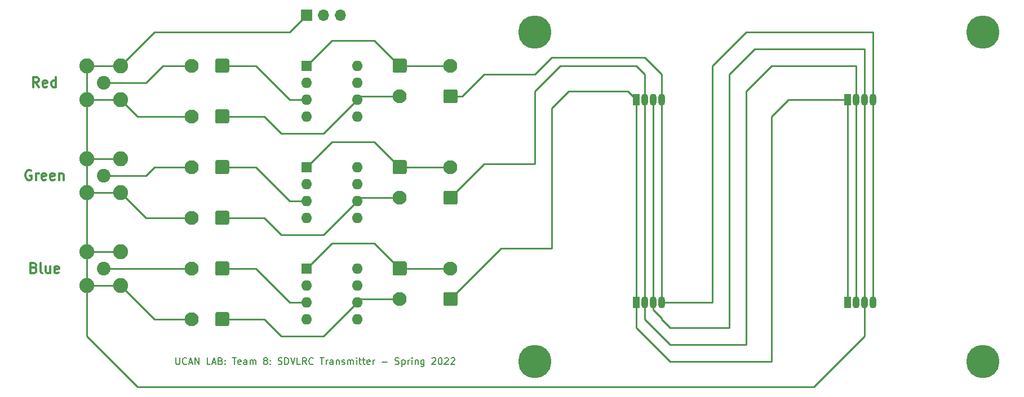
<source format=gbr>
%TF.GenerationSoftware,KiCad,Pcbnew,(5.1.9)-1*%
%TF.CreationDate,2022-04-08T15:22:57-04:00*%
%TF.ProjectId,March_PCB_Design_2_2b2848RGB,4d617263-685f-4504-9342-5f4465736967,rev?*%
%TF.SameCoordinates,Original*%
%TF.FileFunction,Copper,L1,Top*%
%TF.FilePolarity,Positive*%
%FSLAX46Y46*%
G04 Gerber Fmt 4.6, Leading zero omitted, Abs format (unit mm)*
G04 Created by KiCad (PCBNEW (5.1.9)-1) date 2022-04-08 15:22:57*
%MOMM*%
%LPD*%
G01*
G04 APERTURE LIST*
%TA.AperFunction,NonConductor*%
%ADD10C,0.300000*%
%TD*%
%TA.AperFunction,NonConductor*%
%ADD11C,0.150000*%
%TD*%
%TA.AperFunction,ComponentPad*%
%ADD12O,1.600000X1.600000*%
%TD*%
%TA.AperFunction,ComponentPad*%
%ADD13R,1.600000X1.600000*%
%TD*%
%TA.AperFunction,ComponentPad*%
%ADD14O,1.700000X1.700000*%
%TD*%
%TA.AperFunction,ComponentPad*%
%ADD15R,1.700000X1.700000*%
%TD*%
%TA.AperFunction,ComponentPad*%
%ADD16O,1.070000X1.800000*%
%TD*%
%TA.AperFunction,ComponentPad*%
%ADD17R,1.070000X1.800000*%
%TD*%
%TA.AperFunction,ComponentPad*%
%ADD18C,2.900000*%
%TD*%
%TA.AperFunction,ConnectorPad*%
%ADD19C,5.000000*%
%TD*%
%TA.AperFunction,ComponentPad*%
%ADD20C,2.100000*%
%TD*%
%TA.AperFunction,ComponentPad*%
%ADD21C,2.250000*%
%TD*%
%TA.AperFunction,ComponentPad*%
%ADD22C,2.050000*%
%TD*%
%TA.AperFunction,Conductor*%
%ADD23C,0.250000*%
%TD*%
G04 APERTURE END LIST*
D10*
X65182857Y-75608571D02*
X64682857Y-74894285D01*
X64325714Y-75608571D02*
X64325714Y-74108571D01*
X64897142Y-74108571D01*
X65040000Y-74180000D01*
X65111428Y-74251428D01*
X65182857Y-74394285D01*
X65182857Y-74608571D01*
X65111428Y-74751428D01*
X65040000Y-74822857D01*
X64897142Y-74894285D01*
X64325714Y-74894285D01*
X66397142Y-75537142D02*
X66254285Y-75608571D01*
X65968571Y-75608571D01*
X65825714Y-75537142D01*
X65754285Y-75394285D01*
X65754285Y-74822857D01*
X65825714Y-74680000D01*
X65968571Y-74608571D01*
X66254285Y-74608571D01*
X66397142Y-74680000D01*
X66468571Y-74822857D01*
X66468571Y-74965714D01*
X65754285Y-75108571D01*
X67754285Y-75608571D02*
X67754285Y-74108571D01*
X67754285Y-75537142D02*
X67611428Y-75608571D01*
X67325714Y-75608571D01*
X67182857Y-75537142D01*
X67111428Y-75465714D01*
X67040000Y-75322857D01*
X67040000Y-74894285D01*
X67111428Y-74751428D01*
X67182857Y-74680000D01*
X67325714Y-74608571D01*
X67611428Y-74608571D01*
X67754285Y-74680000D01*
X64004285Y-88150000D02*
X63861428Y-88078571D01*
X63647142Y-88078571D01*
X63432857Y-88150000D01*
X63290000Y-88292857D01*
X63218571Y-88435714D01*
X63147142Y-88721428D01*
X63147142Y-88935714D01*
X63218571Y-89221428D01*
X63290000Y-89364285D01*
X63432857Y-89507142D01*
X63647142Y-89578571D01*
X63790000Y-89578571D01*
X64004285Y-89507142D01*
X64075714Y-89435714D01*
X64075714Y-88935714D01*
X63790000Y-88935714D01*
X64718571Y-89578571D02*
X64718571Y-88578571D01*
X64718571Y-88864285D02*
X64790000Y-88721428D01*
X64861428Y-88650000D01*
X65004285Y-88578571D01*
X65147142Y-88578571D01*
X66218571Y-89507142D02*
X66075714Y-89578571D01*
X65790000Y-89578571D01*
X65647142Y-89507142D01*
X65575714Y-89364285D01*
X65575714Y-88792857D01*
X65647142Y-88650000D01*
X65790000Y-88578571D01*
X66075714Y-88578571D01*
X66218571Y-88650000D01*
X66290000Y-88792857D01*
X66290000Y-88935714D01*
X65575714Y-89078571D01*
X67504285Y-89507142D02*
X67361428Y-89578571D01*
X67075714Y-89578571D01*
X66932857Y-89507142D01*
X66861428Y-89364285D01*
X66861428Y-88792857D01*
X66932857Y-88650000D01*
X67075714Y-88578571D01*
X67361428Y-88578571D01*
X67504285Y-88650000D01*
X67575714Y-88792857D01*
X67575714Y-88935714D01*
X66861428Y-89078571D01*
X68218571Y-88578571D02*
X68218571Y-89578571D01*
X68218571Y-88721428D02*
X68290000Y-88650000D01*
X68432857Y-88578571D01*
X68647142Y-88578571D01*
X68790000Y-88650000D01*
X68861428Y-88792857D01*
X68861428Y-89578571D01*
X64432857Y-102762857D02*
X64647142Y-102834285D01*
X64718571Y-102905714D01*
X64790000Y-103048571D01*
X64790000Y-103262857D01*
X64718571Y-103405714D01*
X64647142Y-103477142D01*
X64504285Y-103548571D01*
X63932857Y-103548571D01*
X63932857Y-102048571D01*
X64432857Y-102048571D01*
X64575714Y-102120000D01*
X64647142Y-102191428D01*
X64718571Y-102334285D01*
X64718571Y-102477142D01*
X64647142Y-102620000D01*
X64575714Y-102691428D01*
X64432857Y-102762857D01*
X63932857Y-102762857D01*
X65647142Y-103548571D02*
X65504285Y-103477142D01*
X65432857Y-103334285D01*
X65432857Y-102048571D01*
X66861428Y-102548571D02*
X66861428Y-103548571D01*
X66218571Y-102548571D02*
X66218571Y-103334285D01*
X66290000Y-103477142D01*
X66432857Y-103548571D01*
X66647142Y-103548571D01*
X66790000Y-103477142D01*
X66861428Y-103405714D01*
X68147142Y-103477142D02*
X68004285Y-103548571D01*
X67718571Y-103548571D01*
X67575714Y-103477142D01*
X67504285Y-103334285D01*
X67504285Y-102762857D01*
X67575714Y-102620000D01*
X67718571Y-102548571D01*
X68004285Y-102548571D01*
X68147142Y-102620000D01*
X68218571Y-102762857D01*
X68218571Y-102905714D01*
X67504285Y-103048571D01*
D11*
X85751428Y-116292380D02*
X85751428Y-117101904D01*
X85799047Y-117197142D01*
X85846666Y-117244761D01*
X85941904Y-117292380D01*
X86132380Y-117292380D01*
X86227619Y-117244761D01*
X86275238Y-117197142D01*
X86322857Y-117101904D01*
X86322857Y-116292380D01*
X87370476Y-117197142D02*
X87322857Y-117244761D01*
X87180000Y-117292380D01*
X87084761Y-117292380D01*
X86941904Y-117244761D01*
X86846666Y-117149523D01*
X86799047Y-117054285D01*
X86751428Y-116863809D01*
X86751428Y-116720952D01*
X86799047Y-116530476D01*
X86846666Y-116435238D01*
X86941904Y-116340000D01*
X87084761Y-116292380D01*
X87180000Y-116292380D01*
X87322857Y-116340000D01*
X87370476Y-116387619D01*
X87751428Y-117006666D02*
X88227619Y-117006666D01*
X87656190Y-117292380D02*
X87989523Y-116292380D01*
X88322857Y-117292380D01*
X88656190Y-117292380D02*
X88656190Y-116292380D01*
X89227619Y-117292380D01*
X89227619Y-116292380D01*
X90941904Y-117292380D02*
X90465714Y-117292380D01*
X90465714Y-116292380D01*
X91227619Y-117006666D02*
X91703809Y-117006666D01*
X91132380Y-117292380D02*
X91465714Y-116292380D01*
X91799047Y-117292380D01*
X92465714Y-116768571D02*
X92608571Y-116816190D01*
X92656190Y-116863809D01*
X92703809Y-116959047D01*
X92703809Y-117101904D01*
X92656190Y-117197142D01*
X92608571Y-117244761D01*
X92513333Y-117292380D01*
X92132380Y-117292380D01*
X92132380Y-116292380D01*
X92465714Y-116292380D01*
X92560952Y-116340000D01*
X92608571Y-116387619D01*
X92656190Y-116482857D01*
X92656190Y-116578095D01*
X92608571Y-116673333D01*
X92560952Y-116720952D01*
X92465714Y-116768571D01*
X92132380Y-116768571D01*
X93132380Y-117197142D02*
X93180000Y-117244761D01*
X93132380Y-117292380D01*
X93084761Y-117244761D01*
X93132380Y-117197142D01*
X93132380Y-117292380D01*
X93132380Y-116673333D02*
X93180000Y-116720952D01*
X93132380Y-116768571D01*
X93084761Y-116720952D01*
X93132380Y-116673333D01*
X93132380Y-116768571D01*
X94227619Y-116292380D02*
X94799047Y-116292380D01*
X94513333Y-117292380D02*
X94513333Y-116292380D01*
X95513333Y-117244761D02*
X95418095Y-117292380D01*
X95227619Y-117292380D01*
X95132380Y-117244761D01*
X95084761Y-117149523D01*
X95084761Y-116768571D01*
X95132380Y-116673333D01*
X95227619Y-116625714D01*
X95418095Y-116625714D01*
X95513333Y-116673333D01*
X95560952Y-116768571D01*
X95560952Y-116863809D01*
X95084761Y-116959047D01*
X96418095Y-117292380D02*
X96418095Y-116768571D01*
X96370476Y-116673333D01*
X96275238Y-116625714D01*
X96084761Y-116625714D01*
X95989523Y-116673333D01*
X96418095Y-117244761D02*
X96322857Y-117292380D01*
X96084761Y-117292380D01*
X95989523Y-117244761D01*
X95941904Y-117149523D01*
X95941904Y-117054285D01*
X95989523Y-116959047D01*
X96084761Y-116911428D01*
X96322857Y-116911428D01*
X96418095Y-116863809D01*
X96894285Y-117292380D02*
X96894285Y-116625714D01*
X96894285Y-116720952D02*
X96941904Y-116673333D01*
X97037142Y-116625714D01*
X97180000Y-116625714D01*
X97275238Y-116673333D01*
X97322857Y-116768571D01*
X97322857Y-117292380D01*
X97322857Y-116768571D02*
X97370476Y-116673333D01*
X97465714Y-116625714D01*
X97608571Y-116625714D01*
X97703809Y-116673333D01*
X97751428Y-116768571D01*
X97751428Y-117292380D01*
X99132380Y-116720952D02*
X99037142Y-116673333D01*
X98989523Y-116625714D01*
X98941904Y-116530476D01*
X98941904Y-116482857D01*
X98989523Y-116387619D01*
X99037142Y-116340000D01*
X99132380Y-116292380D01*
X99322857Y-116292380D01*
X99418095Y-116340000D01*
X99465714Y-116387619D01*
X99513333Y-116482857D01*
X99513333Y-116530476D01*
X99465714Y-116625714D01*
X99418095Y-116673333D01*
X99322857Y-116720952D01*
X99132380Y-116720952D01*
X99037142Y-116768571D01*
X98989523Y-116816190D01*
X98941904Y-116911428D01*
X98941904Y-117101904D01*
X98989523Y-117197142D01*
X99037142Y-117244761D01*
X99132380Y-117292380D01*
X99322857Y-117292380D01*
X99418095Y-117244761D01*
X99465714Y-117197142D01*
X99513333Y-117101904D01*
X99513333Y-116911428D01*
X99465714Y-116816190D01*
X99418095Y-116768571D01*
X99322857Y-116720952D01*
X99941904Y-117197142D02*
X99989523Y-117244761D01*
X99941904Y-117292380D01*
X99894285Y-117244761D01*
X99941904Y-117197142D01*
X99941904Y-117292380D01*
X99941904Y-116673333D02*
X99989523Y-116720952D01*
X99941904Y-116768571D01*
X99894285Y-116720952D01*
X99941904Y-116673333D01*
X99941904Y-116768571D01*
X101132380Y-117244761D02*
X101275238Y-117292380D01*
X101513333Y-117292380D01*
X101608571Y-117244761D01*
X101656190Y-117197142D01*
X101703809Y-117101904D01*
X101703809Y-117006666D01*
X101656190Y-116911428D01*
X101608571Y-116863809D01*
X101513333Y-116816190D01*
X101322857Y-116768571D01*
X101227619Y-116720952D01*
X101180000Y-116673333D01*
X101132380Y-116578095D01*
X101132380Y-116482857D01*
X101180000Y-116387619D01*
X101227619Y-116340000D01*
X101322857Y-116292380D01*
X101560952Y-116292380D01*
X101703809Y-116340000D01*
X102132380Y-117292380D02*
X102132380Y-116292380D01*
X102370476Y-116292380D01*
X102513333Y-116340000D01*
X102608571Y-116435238D01*
X102656190Y-116530476D01*
X102703809Y-116720952D01*
X102703809Y-116863809D01*
X102656190Y-117054285D01*
X102608571Y-117149523D01*
X102513333Y-117244761D01*
X102370476Y-117292380D01*
X102132380Y-117292380D01*
X102989523Y-116292380D02*
X103322857Y-117292380D01*
X103656190Y-116292380D01*
X104465714Y-117292380D02*
X103989523Y-117292380D01*
X103989523Y-116292380D01*
X105370476Y-117292380D02*
X105037142Y-116816190D01*
X104799047Y-117292380D02*
X104799047Y-116292380D01*
X105180000Y-116292380D01*
X105275238Y-116340000D01*
X105322857Y-116387619D01*
X105370476Y-116482857D01*
X105370476Y-116625714D01*
X105322857Y-116720952D01*
X105275238Y-116768571D01*
X105180000Y-116816190D01*
X104799047Y-116816190D01*
X106370476Y-117197142D02*
X106322857Y-117244761D01*
X106180000Y-117292380D01*
X106084761Y-117292380D01*
X105941904Y-117244761D01*
X105846666Y-117149523D01*
X105799047Y-117054285D01*
X105751428Y-116863809D01*
X105751428Y-116720952D01*
X105799047Y-116530476D01*
X105846666Y-116435238D01*
X105941904Y-116340000D01*
X106084761Y-116292380D01*
X106180000Y-116292380D01*
X106322857Y-116340000D01*
X106370476Y-116387619D01*
X107418095Y-116292380D02*
X107989523Y-116292380D01*
X107703809Y-117292380D02*
X107703809Y-116292380D01*
X108322857Y-117292380D02*
X108322857Y-116625714D01*
X108322857Y-116816190D02*
X108370476Y-116720952D01*
X108418095Y-116673333D01*
X108513333Y-116625714D01*
X108608571Y-116625714D01*
X109370476Y-117292380D02*
X109370476Y-116768571D01*
X109322857Y-116673333D01*
X109227619Y-116625714D01*
X109037142Y-116625714D01*
X108941904Y-116673333D01*
X109370476Y-117244761D02*
X109275238Y-117292380D01*
X109037142Y-117292380D01*
X108941904Y-117244761D01*
X108894285Y-117149523D01*
X108894285Y-117054285D01*
X108941904Y-116959047D01*
X109037142Y-116911428D01*
X109275238Y-116911428D01*
X109370476Y-116863809D01*
X109846666Y-116625714D02*
X109846666Y-117292380D01*
X109846666Y-116720952D02*
X109894285Y-116673333D01*
X109989523Y-116625714D01*
X110132380Y-116625714D01*
X110227619Y-116673333D01*
X110275238Y-116768571D01*
X110275238Y-117292380D01*
X110703809Y-117244761D02*
X110799047Y-117292380D01*
X110989523Y-117292380D01*
X111084761Y-117244761D01*
X111132380Y-117149523D01*
X111132380Y-117101904D01*
X111084761Y-117006666D01*
X110989523Y-116959047D01*
X110846666Y-116959047D01*
X110751428Y-116911428D01*
X110703809Y-116816190D01*
X110703809Y-116768571D01*
X110751428Y-116673333D01*
X110846666Y-116625714D01*
X110989523Y-116625714D01*
X111084761Y-116673333D01*
X111560952Y-117292380D02*
X111560952Y-116625714D01*
X111560952Y-116720952D02*
X111608571Y-116673333D01*
X111703809Y-116625714D01*
X111846666Y-116625714D01*
X111941904Y-116673333D01*
X111989523Y-116768571D01*
X111989523Y-117292380D01*
X111989523Y-116768571D02*
X112037142Y-116673333D01*
X112132380Y-116625714D01*
X112275238Y-116625714D01*
X112370476Y-116673333D01*
X112418095Y-116768571D01*
X112418095Y-117292380D01*
X112894285Y-117292380D02*
X112894285Y-116625714D01*
X112894285Y-116292380D02*
X112846666Y-116340000D01*
X112894285Y-116387619D01*
X112941904Y-116340000D01*
X112894285Y-116292380D01*
X112894285Y-116387619D01*
X113227619Y-116625714D02*
X113608571Y-116625714D01*
X113370476Y-116292380D02*
X113370476Y-117149523D01*
X113418095Y-117244761D01*
X113513333Y-117292380D01*
X113608571Y-117292380D01*
X113799047Y-116625714D02*
X114180000Y-116625714D01*
X113941904Y-116292380D02*
X113941904Y-117149523D01*
X113989523Y-117244761D01*
X114084761Y-117292380D01*
X114180000Y-117292380D01*
X114894285Y-117244761D02*
X114799047Y-117292380D01*
X114608571Y-117292380D01*
X114513333Y-117244761D01*
X114465714Y-117149523D01*
X114465714Y-116768571D01*
X114513333Y-116673333D01*
X114608571Y-116625714D01*
X114799047Y-116625714D01*
X114894285Y-116673333D01*
X114941904Y-116768571D01*
X114941904Y-116863809D01*
X114465714Y-116959047D01*
X115370476Y-117292380D02*
X115370476Y-116625714D01*
X115370476Y-116816190D02*
X115418095Y-116720952D01*
X115465714Y-116673333D01*
X115560952Y-116625714D01*
X115656190Y-116625714D01*
X116751428Y-116911428D02*
X117513333Y-116911428D01*
X118703809Y-117244761D02*
X118846666Y-117292380D01*
X119084761Y-117292380D01*
X119180000Y-117244761D01*
X119227619Y-117197142D01*
X119275238Y-117101904D01*
X119275238Y-117006666D01*
X119227619Y-116911428D01*
X119180000Y-116863809D01*
X119084761Y-116816190D01*
X118894285Y-116768571D01*
X118799047Y-116720952D01*
X118751428Y-116673333D01*
X118703809Y-116578095D01*
X118703809Y-116482857D01*
X118751428Y-116387619D01*
X118799047Y-116340000D01*
X118894285Y-116292380D01*
X119132380Y-116292380D01*
X119275238Y-116340000D01*
X119703809Y-116625714D02*
X119703809Y-117625714D01*
X119703809Y-116673333D02*
X119799047Y-116625714D01*
X119989523Y-116625714D01*
X120084761Y-116673333D01*
X120132380Y-116720952D01*
X120180000Y-116816190D01*
X120180000Y-117101904D01*
X120132380Y-117197142D01*
X120084761Y-117244761D01*
X119989523Y-117292380D01*
X119799047Y-117292380D01*
X119703809Y-117244761D01*
X120608571Y-117292380D02*
X120608571Y-116625714D01*
X120608571Y-116816190D02*
X120656190Y-116720952D01*
X120703809Y-116673333D01*
X120799047Y-116625714D01*
X120894285Y-116625714D01*
X121227619Y-117292380D02*
X121227619Y-116625714D01*
X121227619Y-116292380D02*
X121180000Y-116340000D01*
X121227619Y-116387619D01*
X121275238Y-116340000D01*
X121227619Y-116292380D01*
X121227619Y-116387619D01*
X121703809Y-116625714D02*
X121703809Y-117292380D01*
X121703809Y-116720952D02*
X121751428Y-116673333D01*
X121846666Y-116625714D01*
X121989523Y-116625714D01*
X122084761Y-116673333D01*
X122132380Y-116768571D01*
X122132380Y-117292380D01*
X123037142Y-116625714D02*
X123037142Y-117435238D01*
X122989523Y-117530476D01*
X122941904Y-117578095D01*
X122846666Y-117625714D01*
X122703809Y-117625714D01*
X122608571Y-117578095D01*
X123037142Y-117244761D02*
X122941904Y-117292380D01*
X122751428Y-117292380D01*
X122656190Y-117244761D01*
X122608571Y-117197142D01*
X122560952Y-117101904D01*
X122560952Y-116816190D01*
X122608571Y-116720952D01*
X122656190Y-116673333D01*
X122751428Y-116625714D01*
X122941904Y-116625714D01*
X123037142Y-116673333D01*
X124227619Y-116387619D02*
X124275238Y-116340000D01*
X124370476Y-116292380D01*
X124608571Y-116292380D01*
X124703809Y-116340000D01*
X124751428Y-116387619D01*
X124799047Y-116482857D01*
X124799047Y-116578095D01*
X124751428Y-116720952D01*
X124180000Y-117292380D01*
X124799047Y-117292380D01*
X125418095Y-116292380D02*
X125513333Y-116292380D01*
X125608571Y-116340000D01*
X125656190Y-116387619D01*
X125703809Y-116482857D01*
X125751428Y-116673333D01*
X125751428Y-116911428D01*
X125703809Y-117101904D01*
X125656190Y-117197142D01*
X125608571Y-117244761D01*
X125513333Y-117292380D01*
X125418095Y-117292380D01*
X125322857Y-117244761D01*
X125275238Y-117197142D01*
X125227619Y-117101904D01*
X125180000Y-116911428D01*
X125180000Y-116673333D01*
X125227619Y-116482857D01*
X125275238Y-116387619D01*
X125322857Y-116340000D01*
X125418095Y-116292380D01*
X126132380Y-116387619D02*
X126180000Y-116340000D01*
X126275238Y-116292380D01*
X126513333Y-116292380D01*
X126608571Y-116340000D01*
X126656190Y-116387619D01*
X126703809Y-116482857D01*
X126703809Y-116578095D01*
X126656190Y-116720952D01*
X126084761Y-117292380D01*
X126703809Y-117292380D01*
X127084761Y-116387619D02*
X127132380Y-116340000D01*
X127227619Y-116292380D01*
X127465714Y-116292380D01*
X127560952Y-116340000D01*
X127608571Y-116387619D01*
X127656190Y-116482857D01*
X127656190Y-116578095D01*
X127608571Y-116720952D01*
X127037142Y-117292380D01*
X127656190Y-117292380D01*
D12*
%TO.P,J6,8*%
%TO.N,+12V*%
X113030000Y-102870000D03*
%TO.P,J6,4*%
%TO.N,Net-(J6-Pad4)*%
X105410000Y-110490000D03*
%TO.P,J6,7*%
%TO.N,Net-(J6-Pad7)*%
X113030000Y-105410000D03*
%TO.P,J6,3*%
%TO.N,Net-(J6-Pad3)*%
X105410000Y-107950000D03*
%TO.P,J6,6*%
%TO.N,Net-(J6-Pad6)*%
X113030000Y-107950000D03*
%TO.P,J6,2*%
%TO.N,-12V*%
X105410000Y-105410000D03*
%TO.P,J6,5*%
%TO.N,Net-(J6-Pad5)*%
X113030000Y-110490000D03*
D13*
%TO.P,J6,1*%
%TO.N,Net-(J6-Pad1)*%
X105410000Y-102870000D03*
%TD*%
D14*
%TO.P,REF\u002A\u002A,3*%
%TO.N,+12V*%
X110490000Y-64770000D03*
%TO.P,REF\u002A\u002A,2*%
%TO.N,-12V*%
X107950000Y-64770000D03*
D15*
%TO.P,REF\u002A\u002A,1*%
%TO.N,GND*%
X105410000Y-64770000D03*
%TD*%
D16*
%TO.P,D3,4*%
%TO.N,Net-(D1-Pad4)*%
X158750000Y-107950000D03*
%TO.P,D3,3*%
%TO.N,GND*%
X157480000Y-107950000D03*
%TO.P,D3,2*%
%TO.N,Net-(D1-Pad2)*%
X156210000Y-107950000D03*
D17*
%TO.P,D3,1*%
%TO.N,Net-(D1-Pad1)*%
X154940000Y-107950000D03*
%TD*%
D18*
%TO.P,REF\u002A\u002A,1*%
%TO.N,N/C*%
X139700000Y-67310000D03*
D19*
X139700000Y-67310000D03*
%TD*%
D18*
%TO.P,REF\u002A\u002A,1*%
%TO.N,N/C*%
X139700000Y-116840000D03*
D19*
X139700000Y-116840000D03*
%TD*%
D18*
%TO.P,REF\u002A\u002A,1*%
%TO.N,N/C*%
X207010000Y-116840000D03*
D19*
X207010000Y-116840000D03*
%TD*%
%TO.P,REF\u002A\u002A,1*%
%TO.N,N/C*%
X207010000Y-67310000D03*
D18*
X207010000Y-67310000D03*
%TD*%
D20*
%TO.P,R12,2*%
%TO.N,Net-(J6-Pad1)*%
X127000000Y-102870000D03*
%TO.P,R12,1*%
%TO.N,Net-(D1-Pad1)*%
%TA.AperFunction,ComponentPad*%
G36*
G01*
X127800001Y-108520000D02*
X126199999Y-108520000D01*
G75*
G02*
X125950000Y-108270001I0J249999D01*
G01*
X125950000Y-106669999D01*
G75*
G02*
X126199999Y-106420000I249999J0D01*
G01*
X127800001Y-106420000D01*
G75*
G02*
X128050000Y-106669999I0J-249999D01*
G01*
X128050000Y-108270001D01*
G75*
G02*
X127800001Y-108520000I-249999J0D01*
G01*
G37*
%TD.AperFunction*%
%TD*%
%TO.P,R11,2*%
%TO.N,Net-(J5-Pad1)*%
X127000000Y-87630000D03*
%TO.P,R11,1*%
%TO.N,Net-(D1-Pad2)*%
%TA.AperFunction,ComponentPad*%
G36*
G01*
X127800001Y-93280000D02*
X126199999Y-93280000D01*
G75*
G02*
X125950000Y-93030001I0J249999D01*
G01*
X125950000Y-91429999D01*
G75*
G02*
X126199999Y-91180000I249999J0D01*
G01*
X127800001Y-91180000D01*
G75*
G02*
X128050000Y-91429999I0J-249999D01*
G01*
X128050000Y-93030001D01*
G75*
G02*
X127800001Y-93280000I-249999J0D01*
G01*
G37*
%TD.AperFunction*%
%TD*%
%TO.P,R10,2*%
%TO.N,Net-(J4-Pad1)*%
X127000000Y-72390000D03*
%TO.P,R10,1*%
%TO.N,Net-(D1-Pad4)*%
%TA.AperFunction,ComponentPad*%
G36*
G01*
X127800001Y-78040000D02*
X126199999Y-78040000D01*
G75*
G02*
X125950000Y-77790001I0J249999D01*
G01*
X125950000Y-76189999D01*
G75*
G02*
X126199999Y-75940000I249999J0D01*
G01*
X127800001Y-75940000D01*
G75*
G02*
X128050000Y-76189999I0J-249999D01*
G01*
X128050000Y-77790001D01*
G75*
G02*
X127800001Y-78040000I-249999J0D01*
G01*
G37*
%TD.AperFunction*%
%TD*%
%TO.P,R9,2*%
%TO.N,Net-(J6-Pad6)*%
X119380000Y-107470000D03*
%TO.P,R9,1*%
%TO.N,Net-(J6-Pad1)*%
%TA.AperFunction,ComponentPad*%
G36*
G01*
X118579999Y-101820000D02*
X120180001Y-101820000D01*
G75*
G02*
X120430000Y-102069999I0J-249999D01*
G01*
X120430000Y-103670001D01*
G75*
G02*
X120180001Y-103920000I-249999J0D01*
G01*
X118579999Y-103920000D01*
G75*
G02*
X118330000Y-103670001I0J249999D01*
G01*
X118330000Y-102069999D01*
G75*
G02*
X118579999Y-101820000I249999J0D01*
G01*
G37*
%TD.AperFunction*%
%TD*%
%TO.P,R8,2*%
%TO.N,Net-(J5-Pad6)*%
X119380000Y-92230000D03*
%TO.P,R8,1*%
%TO.N,Net-(J5-Pad1)*%
%TA.AperFunction,ComponentPad*%
G36*
G01*
X118579999Y-86580000D02*
X120180001Y-86580000D01*
G75*
G02*
X120430000Y-86829999I0J-249999D01*
G01*
X120430000Y-88430001D01*
G75*
G02*
X120180001Y-88680000I-249999J0D01*
G01*
X118579999Y-88680000D01*
G75*
G02*
X118330000Y-88430001I0J249999D01*
G01*
X118330000Y-86829999D01*
G75*
G02*
X118579999Y-86580000I249999J0D01*
G01*
G37*
%TD.AperFunction*%
%TD*%
%TO.P,R7,2*%
%TO.N,Net-(J4-Pad6)*%
X119380000Y-76990000D03*
%TO.P,R7,1*%
%TO.N,Net-(J4-Pad1)*%
%TA.AperFunction,ComponentPad*%
G36*
G01*
X118579999Y-71340000D02*
X120180001Y-71340000D01*
G75*
G02*
X120430000Y-71589999I0J-249999D01*
G01*
X120430000Y-73190001D01*
G75*
G02*
X120180001Y-73440000I-249999J0D01*
G01*
X118579999Y-73440000D01*
G75*
G02*
X118330000Y-73190001I0J249999D01*
G01*
X118330000Y-71589999D01*
G75*
G02*
X118579999Y-71340000I249999J0D01*
G01*
G37*
%TD.AperFunction*%
%TD*%
%TO.P,R6,2*%
%TO.N,Net-(J3-Pad1)*%
X88110000Y-102870000D03*
%TO.P,R6,1*%
%TO.N,Net-(J6-Pad3)*%
%TA.AperFunction,ComponentPad*%
G36*
G01*
X93760000Y-102069999D02*
X93760000Y-103670001D01*
G75*
G02*
X93510001Y-103920000I-249999J0D01*
G01*
X91909999Y-103920000D01*
G75*
G02*
X91660000Y-103670001I0J249999D01*
G01*
X91660000Y-102069999D01*
G75*
G02*
X91909999Y-101820000I249999J0D01*
G01*
X93510001Y-101820000D01*
G75*
G02*
X93760000Y-102069999I0J-249999D01*
G01*
G37*
%TD.AperFunction*%
%TD*%
%TO.P,R5,2*%
%TO.N,GND*%
X88110000Y-110490000D03*
%TO.P,R5,1*%
%TO.N,Net-(J6-Pad6)*%
%TA.AperFunction,ComponentPad*%
G36*
G01*
X93760000Y-109689999D02*
X93760000Y-111290001D01*
G75*
G02*
X93510001Y-111540000I-249999J0D01*
G01*
X91909999Y-111540000D01*
G75*
G02*
X91660000Y-111290001I0J249999D01*
G01*
X91660000Y-109689999D01*
G75*
G02*
X91909999Y-109440000I249999J0D01*
G01*
X93510001Y-109440000D01*
G75*
G02*
X93760000Y-109689999I0J-249999D01*
G01*
G37*
%TD.AperFunction*%
%TD*%
%TO.P,R4,2*%
%TO.N,Net-(J2-Pad1)*%
X88110000Y-87630000D03*
%TO.P,R4,1*%
%TO.N,Net-(J5-Pad3)*%
%TA.AperFunction,ComponentPad*%
G36*
G01*
X93760000Y-86829999D02*
X93760000Y-88430001D01*
G75*
G02*
X93510001Y-88680000I-249999J0D01*
G01*
X91909999Y-88680000D01*
G75*
G02*
X91660000Y-88430001I0J249999D01*
G01*
X91660000Y-86829999D01*
G75*
G02*
X91909999Y-86580000I249999J0D01*
G01*
X93510001Y-86580000D01*
G75*
G02*
X93760000Y-86829999I0J-249999D01*
G01*
G37*
%TD.AperFunction*%
%TD*%
%TO.P,R3,2*%
%TO.N,GND*%
X88110000Y-95250000D03*
%TO.P,R3,1*%
%TO.N,Net-(J5-Pad6)*%
%TA.AperFunction,ComponentPad*%
G36*
G01*
X93760000Y-94449999D02*
X93760000Y-96050001D01*
G75*
G02*
X93510001Y-96300000I-249999J0D01*
G01*
X91909999Y-96300000D01*
G75*
G02*
X91660000Y-96050001I0J249999D01*
G01*
X91660000Y-94449999D01*
G75*
G02*
X91909999Y-94200000I249999J0D01*
G01*
X93510001Y-94200000D01*
G75*
G02*
X93760000Y-94449999I0J-249999D01*
G01*
G37*
%TD.AperFunction*%
%TD*%
%TO.P,R2,2*%
%TO.N,Net-(J1-Pad1)*%
X88110000Y-72390000D03*
%TO.P,R2,1*%
%TO.N,Net-(J4-Pad3)*%
%TA.AperFunction,ComponentPad*%
G36*
G01*
X93760000Y-71589999D02*
X93760000Y-73190001D01*
G75*
G02*
X93510001Y-73440000I-249999J0D01*
G01*
X91909999Y-73440000D01*
G75*
G02*
X91660000Y-73190001I0J249999D01*
G01*
X91660000Y-71589999D01*
G75*
G02*
X91909999Y-71340000I249999J0D01*
G01*
X93510001Y-71340000D01*
G75*
G02*
X93760000Y-71589999I0J-249999D01*
G01*
G37*
%TD.AperFunction*%
%TD*%
%TO.P,R1,2*%
%TO.N,GND*%
X88110000Y-80010000D03*
%TO.P,R1,1*%
%TO.N,Net-(J4-Pad6)*%
%TA.AperFunction,ComponentPad*%
G36*
G01*
X93760000Y-79209999D02*
X93760000Y-80810001D01*
G75*
G02*
X93510001Y-81060000I-249999J0D01*
G01*
X91909999Y-81060000D01*
G75*
G02*
X91660000Y-80810001I0J249999D01*
G01*
X91660000Y-79209999D01*
G75*
G02*
X91909999Y-78960000I249999J0D01*
G01*
X93510001Y-78960000D01*
G75*
G02*
X93760000Y-79209999I0J-249999D01*
G01*
G37*
%TD.AperFunction*%
%TD*%
D12*
%TO.P,J5,8*%
%TO.N,+12V*%
X113030000Y-87630000D03*
%TO.P,J5,4*%
%TO.N,Net-(J5-Pad4)*%
X105410000Y-95250000D03*
%TO.P,J5,7*%
%TO.N,Net-(J5-Pad7)*%
X113030000Y-90170000D03*
%TO.P,J5,3*%
%TO.N,Net-(J5-Pad3)*%
X105410000Y-92710000D03*
%TO.P,J5,6*%
%TO.N,Net-(J5-Pad6)*%
X113030000Y-92710000D03*
%TO.P,J5,2*%
%TO.N,-12V*%
X105410000Y-90170000D03*
%TO.P,J5,5*%
%TO.N,Net-(J5-Pad5)*%
X113030000Y-95250000D03*
D13*
%TO.P,J5,1*%
%TO.N,Net-(J5-Pad1)*%
X105410000Y-87630000D03*
%TD*%
D12*
%TO.P,J4,8*%
%TO.N,+12V*%
X113030000Y-72390000D03*
%TO.P,J4,4*%
%TO.N,Net-(J4-Pad4)*%
X105410000Y-80010000D03*
%TO.P,J4,7*%
%TO.N,Net-(J4-Pad7)*%
X113030000Y-74930000D03*
%TO.P,J4,3*%
%TO.N,Net-(J4-Pad3)*%
X105410000Y-77470000D03*
%TO.P,J4,6*%
%TO.N,Net-(J4-Pad6)*%
X113030000Y-77470000D03*
%TO.P,J4,2*%
%TO.N,-12V*%
X105410000Y-74930000D03*
%TO.P,J4,5*%
%TO.N,Net-(J4-Pad5)*%
X113030000Y-80010000D03*
D13*
%TO.P,J4,1*%
%TO.N,Net-(J4-Pad1)*%
X105410000Y-72390000D03*
%TD*%
D21*
%TO.P,J3,2*%
%TO.N,GND*%
X72390000Y-100330000D03*
X72390000Y-105410000D03*
X77470000Y-105410000D03*
X77470000Y-100330000D03*
D22*
%TO.P,J3,1*%
%TO.N,Net-(J3-Pad1)*%
X74930000Y-102870000D03*
%TD*%
D21*
%TO.P,J2,2*%
%TO.N,GND*%
X72390000Y-86360000D03*
X72390000Y-91440000D03*
X77470000Y-91440000D03*
X77470000Y-86360000D03*
D22*
%TO.P,J2,1*%
%TO.N,Net-(J2-Pad1)*%
X74930000Y-88900000D03*
%TD*%
D21*
%TO.P,J1,2*%
%TO.N,GND*%
X72390000Y-72390000D03*
X72390000Y-77470000D03*
X77470000Y-77470000D03*
X77470000Y-72390000D03*
D22*
%TO.P,J1,1*%
%TO.N,Net-(J1-Pad1)*%
X74930000Y-74930000D03*
%TD*%
D16*
%TO.P,D4,4*%
%TO.N,Net-(D1-Pad4)*%
X190500000Y-107950000D03*
%TO.P,D4,3*%
%TO.N,GND*%
X189230000Y-107950000D03*
%TO.P,D4,2*%
%TO.N,Net-(D1-Pad2)*%
X187960000Y-107950000D03*
D17*
%TO.P,D4,1*%
%TO.N,Net-(D1-Pad1)*%
X186690000Y-107950000D03*
%TD*%
D16*
%TO.P,D2,4*%
%TO.N,Net-(D1-Pad4)*%
X190500000Y-77470000D03*
%TO.P,D2,3*%
%TO.N,GND*%
X189230000Y-77470000D03*
%TO.P,D2,2*%
%TO.N,Net-(D1-Pad2)*%
X187960000Y-77470000D03*
D17*
%TO.P,D2,1*%
%TO.N,Net-(D1-Pad1)*%
X186690000Y-77470000D03*
%TD*%
D16*
%TO.P,D1,4*%
%TO.N,Net-(D1-Pad4)*%
X158750000Y-77470000D03*
%TO.P,D1,3*%
%TO.N,GND*%
X157480000Y-77470000D03*
%TO.P,D1,2*%
%TO.N,Net-(D1-Pad2)*%
X156210000Y-77470000D03*
D17*
%TO.P,D1,1*%
%TO.N,Net-(D1-Pad1)*%
X154940000Y-77470000D03*
%TD*%
D23*
%TO.N,Net-(D1-Pad4)*%
X127000000Y-76990000D02*
X128750000Y-76990000D01*
X158750000Y-73660000D02*
X158750000Y-77470000D01*
X156210000Y-71120000D02*
X158750000Y-73660000D01*
X128750000Y-76990000D02*
X132080000Y-73660000D01*
X139700000Y-73660000D02*
X142240000Y-71120000D01*
X142240000Y-71120000D02*
X156210000Y-71120000D01*
X190500000Y-107950000D02*
X190500000Y-77470000D01*
X158750000Y-77470000D02*
X158750000Y-107950000D01*
X158750000Y-107950000D02*
X166370000Y-107950000D01*
X166370000Y-107950000D02*
X166370000Y-72390000D01*
X166370000Y-72390000D02*
X171450000Y-67310000D01*
X171450000Y-67310000D02*
X190500000Y-67310000D01*
X190500000Y-67310000D02*
X190500000Y-77470000D01*
X132080000Y-73660000D02*
X139700000Y-73660000D01*
%TO.N,GND*%
X72390000Y-113030000D02*
X72390000Y-105410000D01*
X72390000Y-105410000D02*
X72390000Y-100330000D01*
X72390000Y-91440000D02*
X72390000Y-86360000D01*
X72390000Y-77470000D02*
X72390000Y-72390000D01*
X72390000Y-86360000D02*
X72390000Y-77470000D01*
X72390000Y-100330000D02*
X72390000Y-91440000D01*
X82550000Y-110490000D02*
X77470000Y-105410000D01*
X88110000Y-110490000D02*
X82550000Y-110490000D01*
X81280000Y-95250000D02*
X77470000Y-91440000D01*
X88110000Y-95250000D02*
X81280000Y-95250000D01*
X80010000Y-80010000D02*
X77470000Y-77470000D01*
X88110000Y-80010000D02*
X80010000Y-80010000D01*
X72390000Y-86360000D02*
X77470000Y-86360000D01*
X72390000Y-91440000D02*
X77470000Y-91440000D01*
X72390000Y-77470000D02*
X77470000Y-77470000D01*
X72390000Y-72390000D02*
X77470000Y-72390000D01*
X72390000Y-100330000D02*
X77470000Y-100330000D01*
X72390000Y-105410000D02*
X77470000Y-105410000D01*
X189230000Y-108261237D02*
X189230000Y-107950000D01*
X189230000Y-77470000D02*
X189230000Y-107950000D01*
X157480000Y-107950000D02*
X157480000Y-77470000D01*
X157480000Y-109100000D02*
X158750000Y-110370000D01*
X157480000Y-107950000D02*
X157480000Y-109100000D01*
X158750000Y-110370000D02*
X158750000Y-110490000D01*
X158750000Y-110490000D02*
X160020000Y-111760000D01*
X160020000Y-111760000D02*
X168910000Y-111760000D01*
X168910000Y-111760000D02*
X168910000Y-73660000D01*
X168910000Y-73660000D02*
X172720000Y-69850000D01*
X172720000Y-69850000D02*
X189230000Y-69850000D01*
X189230000Y-69850000D02*
X189230000Y-77470000D01*
X189230000Y-113030000D02*
X189230000Y-107950000D01*
X181610000Y-120650000D02*
X189230000Y-113030000D01*
X80010000Y-120650000D02*
X181610000Y-120650000D01*
X72390000Y-113030000D02*
X80010000Y-120650000D01*
X102870000Y-67310000D02*
X105410000Y-64770000D01*
X82550000Y-67310000D02*
X102870000Y-67310000D01*
X77470000Y-72390000D02*
X82550000Y-67310000D01*
%TO.N,Net-(D1-Pad2)*%
X187960000Y-107950000D02*
X187960000Y-77470000D01*
X156210000Y-77470000D02*
X156210000Y-107950000D01*
X156210000Y-107950000D02*
X156210000Y-110490000D01*
X156210000Y-110490000D02*
X160020000Y-114300000D01*
X160020000Y-114300000D02*
X171450000Y-114300000D01*
X171450000Y-114300000D02*
X171450000Y-76200000D01*
X171450000Y-76200000D02*
X175260000Y-72390000D01*
X175260000Y-72390000D02*
X187960000Y-72390000D01*
X187960000Y-72390000D02*
X187960000Y-77470000D01*
X154940000Y-72390000D02*
X156210000Y-73660000D01*
X143510000Y-72390000D02*
X154940000Y-72390000D01*
X139700000Y-87150000D02*
X139700000Y-76200000D01*
X156210000Y-73660000D02*
X156210000Y-77470000D01*
X139700000Y-76200000D02*
X143510000Y-72390000D01*
X132080000Y-87150000D02*
X139700000Y-87150000D01*
X127000000Y-92230000D02*
X132080000Y-87150000D01*
%TO.N,Net-(D1-Pad1)*%
X186690000Y-77470000D02*
X186690000Y-107950000D01*
X154940000Y-107950000D02*
X154940000Y-77470000D01*
X154940000Y-107950000D02*
X154940000Y-111760000D01*
X154940000Y-111760000D02*
X160020000Y-116840000D01*
X160020000Y-116840000D02*
X175260000Y-116840000D01*
X175260000Y-116840000D02*
X175260000Y-80010000D01*
X177800000Y-77470000D02*
X186690000Y-77470000D01*
X175260000Y-80010000D02*
X177800000Y-77470000D01*
X153670000Y-76200000D02*
X154940000Y-77470000D01*
X144780000Y-76200000D02*
X153670000Y-76200000D01*
X142240000Y-78740000D02*
X144780000Y-76200000D01*
X142240000Y-99850000D02*
X142240000Y-78740000D01*
X134620000Y-99850000D02*
X142240000Y-99850000D01*
X127000000Y-107470000D02*
X134620000Y-99850000D01*
%TO.N,Net-(J1-Pad1)*%
X88110000Y-72390000D02*
X83820000Y-72390000D01*
X81280000Y-74930000D02*
X74930000Y-74930000D01*
X83820000Y-72390000D02*
X81280000Y-74930000D01*
%TO.N,Net-(J2-Pad1)*%
X88110000Y-87630000D02*
X82550000Y-87630000D01*
X81280000Y-88900000D02*
X74930000Y-88900000D01*
X82550000Y-87630000D02*
X81280000Y-88900000D01*
%TO.N,Net-(J3-Pad1)*%
X74930000Y-102870000D02*
X79220000Y-102870000D01*
X88110000Y-102870000D02*
X79220000Y-102870000D01*
%TO.N,Net-(J4-Pad3)*%
X92710000Y-72390000D02*
X97790000Y-72390000D01*
X102870000Y-77470000D02*
X105410000Y-77470000D01*
X97790000Y-72390000D02*
X102870000Y-77470000D01*
%TO.N,Net-(J4-Pad6)*%
X113510000Y-76990000D02*
X113030000Y-77470000D01*
X119380000Y-76990000D02*
X113510000Y-76990000D01*
X92710000Y-80010000D02*
X99060000Y-80010000D01*
X99060000Y-80010000D02*
X101600000Y-82550000D01*
X101600000Y-82550000D02*
X107950000Y-82550000D01*
X107950000Y-82550000D02*
X113030000Y-77470000D01*
%TO.N,Net-(J4-Pad1)*%
X127000000Y-72390000D02*
X119380000Y-72390000D01*
X119380000Y-72390000D02*
X115570000Y-68580000D01*
X115570000Y-68580000D02*
X109220000Y-68580000D01*
X109220000Y-68580000D02*
X105410000Y-72390000D01*
%TO.N,Net-(J5-Pad3)*%
X92710000Y-87630000D02*
X97790000Y-87630000D01*
X102870000Y-92710000D02*
X105410000Y-92710000D01*
X97790000Y-87630000D02*
X102870000Y-92710000D01*
%TO.N,Net-(J5-Pad6)*%
X113510000Y-92230000D02*
X113030000Y-92710000D01*
X119380000Y-92230000D02*
X113510000Y-92230000D01*
X92710000Y-95250000D02*
X99060000Y-95250000D01*
X99060000Y-95250000D02*
X101600000Y-97790000D01*
X101600000Y-97790000D02*
X107950000Y-97790000D01*
X107950000Y-97790000D02*
X113030000Y-92710000D01*
%TO.N,Net-(J5-Pad1)*%
X127000000Y-87630000D02*
X119380000Y-87630000D01*
X119380000Y-87630000D02*
X115570000Y-83820000D01*
X115570000Y-83820000D02*
X109220000Y-83820000D01*
X109220000Y-83820000D02*
X105410000Y-87630000D01*
%TO.N,Net-(J6-Pad3)*%
X92710000Y-102870000D02*
X97790000Y-102870000D01*
X102870000Y-107950000D02*
X105410000Y-107950000D01*
X97790000Y-102870000D02*
X102870000Y-107950000D01*
%TO.N,Net-(J6-Pad6)*%
X113510000Y-107470000D02*
X113030000Y-107950000D01*
X119380000Y-107470000D02*
X113510000Y-107470000D01*
X92710000Y-110490000D02*
X99060000Y-110490000D01*
X99060000Y-110490000D02*
X101600000Y-113030000D01*
X107950000Y-113030000D02*
X113030000Y-107950000D01*
X101600000Y-113030000D02*
X107950000Y-113030000D01*
%TO.N,Net-(J6-Pad1)*%
X127000000Y-102870000D02*
X119380000Y-102870000D01*
X109220000Y-99060000D02*
X105410000Y-102870000D01*
X115570000Y-99060000D02*
X109220000Y-99060000D01*
X119380000Y-102870000D02*
X115570000Y-99060000D01*
%TD*%
M02*

</source>
